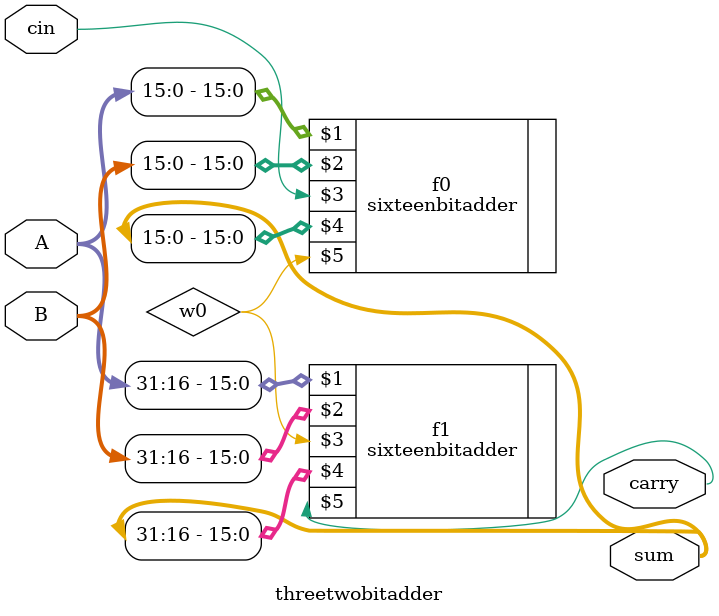
<source format=v>
`include "sixteenbitadder.v"

module threetwobitadder(A,B,cin,sum,carry);
	input [31:0]A,B;
	output [31:0]sum;
	input cin;
	output carry;
	wire w0;
	sixteenbitadder f0(A[15:0],B[15:0],cin,sum[15:0],w0);
	sixteenbitadder f1(A[31:16],B[31:16],w0,sum[31:16],carry);
endmodule
</source>
